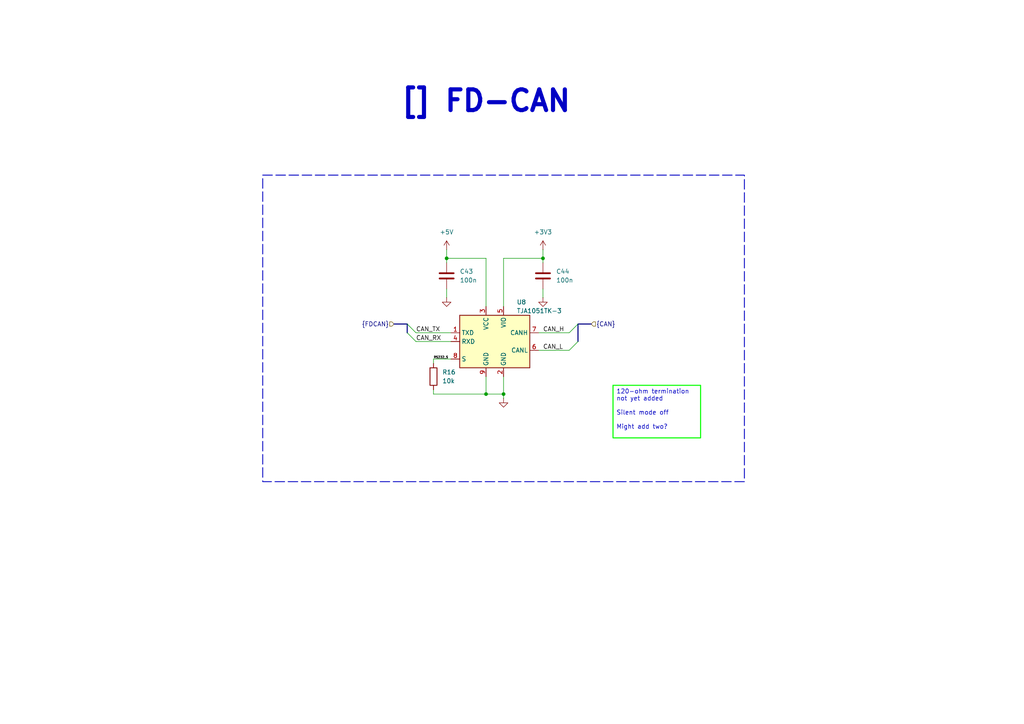
<source format=kicad_sch>
(kicad_sch (version 20250114) (generator "eeschema") (generator_version "9.0")
  (paper "A4")
  (title_block (title "FD-CAN") (date "2025-12-13") (rev "1.0") (company "Hoppen"))
  (lib_symbols
    (symbol "0_transceivers:TJA1051TK-3"
      (property "Reference" "U" (at -10.16 8.89 0))
      (property "Value" "TJA1051TK-3" (at 5.08 8.89 0))
      (symbol "TJA1051TK-3_0_1"
        (rectangle (start -10.16 7.62) (end 10.16 -7.62) (stroke (width 0.254)) (fill (type background)))
      )
      (symbol "TJA1051TK-3_1_1"
        (pin input line (at -12.7 2.54 0) (length 2.54) (name "TXD") (number "1"))
        (pin output line (at -12.7 0 0) (length 2.54) (name "RXD") (number "4"))
        (pin input line (at -12.7 -5.08 0) (length 2.54) (name "S") (number "8"))
        (pin power_in line (at -2.54 10.16 270) (length 2.54) (name "VCC") (number "3"))
        (pin passive line (at -2.54 -10.16 90) (length 2.54) (name "GND") (number "9"))
        (pin power_in line (at 2.54 10.16 270) (length 2.54) (name "VIO") (number "5"))
        (pin power_in line (at 2.54 -10.16 90) (length 2.54) (name "GND") (number "2"))
        (pin bidirectional line (at 12.7 2.54 180) (length 2.54) (name "CANH") (number "7"))
        (pin bidirectional line (at 12.7 -2.54 180) (length 2.54) (name "CANL") (number "6"))
      )
    )
    (symbol "Device:C" (pin_numbers (hide yes)) (pin_names (offset 0.254))
      (property "Reference" "C" (at 0.635 2.54 0))
      (property "Value" "C" (at 0.635 -2.54 0))
      (symbol "C_0_1"
        (polyline (pts (xy -2.032 0.762) (xy 2.032 0.762)) (stroke (width 0.508)))
        (polyline (pts (xy -2.032 -0.762) (xy 2.032 -0.762)) (stroke (width 0.508)))
      )
      (symbol "C_1_1"
        (pin passive line (at 0 3.81 270) (length 2.794) (name "~") (number "1"))
        (pin passive line (at 0 -3.81 90) (length 2.794) (name "~") (number "2"))
      )
    )
    (symbol "Device:R" (pin_numbers (hide yes)) (pin_names (offset 0))
      (property "Reference" "R" (at 2.032 0 90))
      (property "Value" "R" (at 0 0 90))
      (symbol "R_0_1"
        (rectangle (start -1.016 -2.54) (end 1.016 2.54) (stroke (width 0.254)))
      )
      (symbol "R_1_1"
        (pin passive line (at 0 3.81 270) (length 1.27) (name "~") (number "1"))
        (pin passive line (at 0 -3.81 90) (length 1.27) (name "~") (number "2"))
      )
    )
    (symbol "power:+3.3V" (power) (pin_numbers (hide yes)) (pin_names (offset 0) (hide yes))
      (property "Value" "+3.3V" (at 0 3.556 0))
      (symbol "+3.3V_0_1"
        (polyline (pts (xy -0.762 1.27) (xy 0 2.54)))
        (polyline (pts (xy 0 2.54) (xy 0.762 1.27)))
        (polyline (pts (xy 0 0) (xy 0 2.54)))
      )
      (symbol "+3.3V_1_1"
        (pin power_in line (at 0 0 90) (length 0) (name "~") (number "1"))
      )
    )
    (symbol "power:GND" (power) (pin_numbers (hide yes)) (pin_names (offset 0) (hide yes))
      (property "Value" "GND" (at 0 -3.81 0))
      (symbol "GND_0_1"
        (polyline (pts (xy 0 0) (xy 0 -1.27) (xy 1.27 -1.27) (xy 0 -2.54) (xy -1.27 -1.27) (xy 0 -1.27)))
      )
      (symbol "GND_1_1"
        (pin power_in line (at 0 0 270) (length 0) (name "~") (number "1"))
      )
    )
  )
  (rectangle (start 76.2 50.8) (end 215.9 139.7) (stroke (width 0.254) (type dash)))
  (text_box "[${#}] ${TITLE}" (at 93.98 22.86 0) (size 93.98 12.7) (margins 4.4999 4.4999 4.4999 4.4999) (stroke (width -0.0001)) (effects (font (size 6 6) (thickness 1.2) (bold yes))))
  (text_box "120-ohm termination not yet added\n\nSilent mode off\n\nMight add two?" (at 177.8 111.76 0) (size 25.4 15.24) (margins 0.9525 0.9525 0.9525 0.9525) (stroke (width 0.3048) (color 5 255 0 1)) (effects (font (size 1.27 1.27)) (justify left top)))
  (junction (at 146.05 114.3))
  (junction (at 129.54 74.93))
  (junction (at 157.48 74.93))
  (junction (at 140.97 114.3))
  (bus_entry (at 118.11 96.52) (size 2.54 2.54))
  (bus_entry (at 165.1 96.52) (size 2.54 -2.54))
  (bus_entry (at 165.1 101.6) (size 2.54 -2.54))
  (bus_entry (at 118.11 93.98) (size 2.54 2.54))
  (bus (pts (xy 118.11 96.52) (xy 118.11 93.98)))
  (bus (pts (xy 167.64 99.06) (xy 167.64 93.98)))
  (wire (pts (xy 157.48 74.93) (xy 146.05 74.93)))
  (wire (pts (xy 157.48 83.82) (xy 157.48 86.36)))
  (bus (pts (xy 118.11 93.98) (xy 114.3 93.98)))
  (wire (pts (xy 146.05 114.3) (xy 146.05 115.57)))
  (wire (pts (xy 140.97 88.9) (xy 140.97 74.93)))
  (wire (pts (xy 125.73 114.3) (xy 140.97 114.3)))
  (wire (pts (xy 129.54 83.82) (xy 129.54 86.36)))
  (wire (pts (xy 146.05 74.93) (xy 146.05 88.9)))
  (wire (pts (xy 146.05 109.22) (xy 146.05 114.3)))
  (wire (pts (xy 156.21 101.6) (xy 165.1 101.6)))
  (wire (pts (xy 140.97 114.3) (xy 146.05 114.3)))
  (wire (pts (xy 140.97 74.93) (xy 129.54 74.93)))
  (wire (pts (xy 140.97 109.22) (xy 140.97 114.3)))
  (wire (pts (xy 120.65 99.06) (xy 130.81 99.06)))
  (wire (pts (xy 157.48 74.93) (xy 157.48 76.2)))
  (wire (pts (xy 120.65 96.52) (xy 130.81 96.52)))
  (wire (pts (xy 125.73 104.14) (xy 130.81 104.14)))
  (wire (pts (xy 125.73 105.41) (xy 125.73 104.14)))
  (bus (pts (xy 167.64 93.98) (xy 171.45 93.98)))
  (wire (pts (xy 129.54 72.39) (xy 129.54 74.93)))
  (wire (pts (xy 129.54 74.93) (xy 129.54 76.2)))
  (wire (pts (xy 157.48 72.39) (xy 157.48 74.93)))
  (wire (pts (xy 156.21 96.52) (xy 165.1 96.52)))
  (wire (pts (xy 125.73 114.3) (xy 125.73 113.03)))
  (label "CAN_TX" (at 120.65 96.52 0))
  (label "CAN_L" (at 157.48 101.6 0))
  (label "CAN_H" (at 157.48 96.52 0))
  (label "RS232_S" (at 125.73 104.14 0) (effects (font (size 0.635 0.635))))
  (label "CAN_RX" (at 120.65 99.06 0))
  (hierarchical_label "{FDCAN}" (shape input) (at 114.3 93.98 180))
  (hierarchical_label "{CAN}" (shape input) (at 171.45 93.98 0))
  (symbol (lib_id "power:+3.3V") (at 157.48 72.39 0) (unit 1)
    (property "Reference" "#PWR057" (effects (hide yes)))
    (property "Value" "+3V3" (at 157.48 67.31 0))
    (property "Description" "Power symbol creates a global label with name \"+3.3V\"" (effects (hide yes)))
  )
  (symbol (lib_id "power:GND") (at 129.54 86.36 0) (unit 1)
    (property "Reference" "#PWR055" (effects (hide yes)))
    (property "Value" "GND" (effects (hide yes)))
    (property "Description" "Power symbol creates a global label with name \"GND\" , ground" (effects (hide yes)))
  )
  (symbol (lib_id "Device:C") (at 157.48 80.01 0) (unit 1)
    (property "Reference" "C44" (at 161.29 78.7399 0) (effects (justify left)))
    (property "Value" "100n" (at 161.29 81.2799 0) (effects (justify left)))
    (property "Description" "Unpolarized capacitor" (effects (hide yes)))
  )
  (symbol (lib_id "power:GND") (at 157.48 86.36 0) (unit 1)
    (property "Reference" "#PWR056" (effects (hide yes)))
    (property "Value" "GND" (effects (hide yes)))
    (property "Description" "Power symbol creates a global label with name \"GND\" , ground" (effects (hide yes)))
  )
  (symbol (lib_id "Device:R") (at 125.73 109.22 0) (unit 1)
    (property "Reference" "R16" (at 128.27 107.9499 0) (effects (justify left)))
    (property "Value" "10k" (at 128.27 110.4899 0) (effects (justify left)))
    (property "Description" "Resistor" (effects (hide yes)))
  )
  (symbol (lib_id "power:+3.3V") (at 129.54 72.39 0) (unit 1)
    (property "Reference" "#PWR058" (effects (hide yes)))
    (property "Value" "+5V" (at 129.54 67.31 0))
    (property "Description" "Power symbol creates a global label with name \"+3.3V\"" (effects (hide yes)))
  )
  (symbol (lib_id "power:GND") (at 146.05 115.57 0) (unit 1)
    (property "Reference" "#PWR059" (effects (hide yes)))
    (property "Value" "GND" (effects (hide yes)))
    (property "Description" "Power symbol creates a global label with name \"GND\" , ground" (effects (hide yes)))
  )
  (symbol (lib_id "Device:C") (at 129.54 80.01 0) (unit 1)
    (property "Reference" "C43" (at 133.35 78.7399 0) (effects (justify left)))
    (property "Value" "100n" (at 133.35 81.2799 0) (effects (justify left)))
    (property "Description" "Unpolarized capacitor" (effects (hide yes)))
  )
  (symbol (lib_id "0_transceivers:TJA1051TK-3") (at 143.51 99.06 0) (unit 1)
    (property "Reference" "U8" (at 149.86 87.63 0) (effects (justify left)))
    (property "Value" "TJA1051TK-3" (at 149.86 90.17 0) (effects (justify left)))
    (property "Footprint" "Package_SON:HVSON-8-1EP_3x3mm_P0.65mm_EP1.6x2.4mm" (effects (hide yes)))
    (property "Datasheet" "https://www.nxp.com/docs/en/data-sheet/TJA1051.pdf" (effects (hide yes)))
    (property "Description" "High-Speed CAN Transceiver, separate VIO, silent mode, VSON-8 (DFN-8)" (effects (hide yes)))
    (property "LCSC" "C2875699" (effects (hide yes)))
  )
)
</source>
